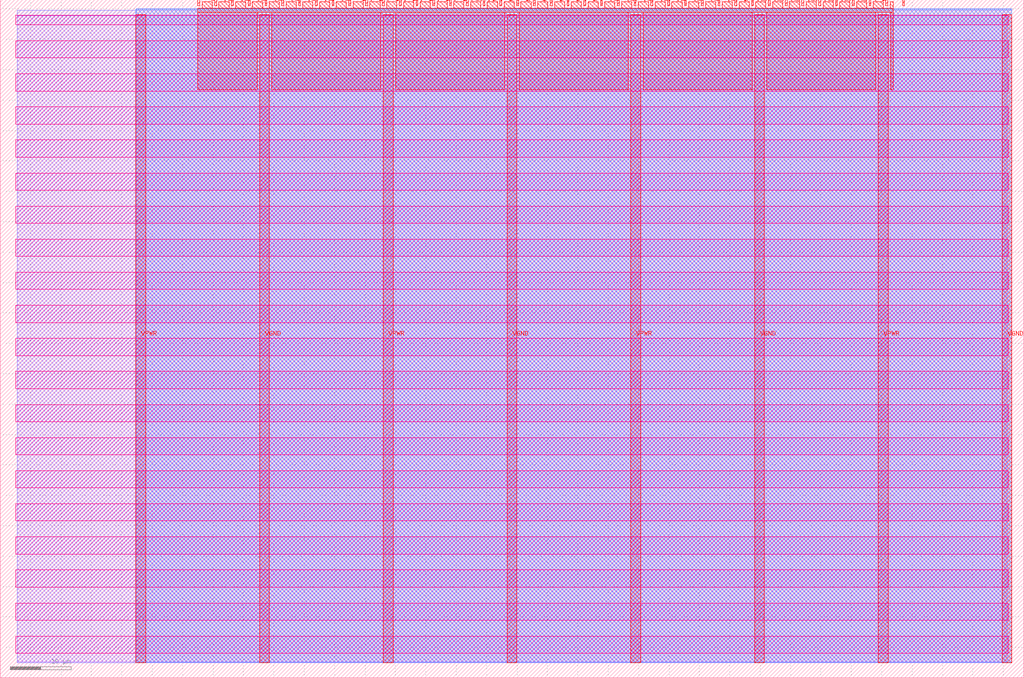
<source format=lef>
VERSION 5.7 ;
  NOWIREEXTENSIONATPIN ON ;
  DIVIDERCHAR "/" ;
  BUSBITCHARS "[]" ;
MACRO tt_um_wokwi_379889284755158017
  CLASS BLOCK ;
  FOREIGN tt_um_wokwi_379889284755158017 ;
  ORIGIN 0.000 0.000 ;
  SIZE 168.360 BY 111.520 ;
  PIN VGND
    DIRECTION INOUT ;
    USE GROUND ;
    PORT
      LAYER met4 ;
        RECT 42.670 2.480 44.270 109.040 ;
    END
    PORT
      LAYER met4 ;
        RECT 83.380 2.480 84.980 109.040 ;
    END
    PORT
      LAYER met4 ;
        RECT 124.090 2.480 125.690 109.040 ;
    END
    PORT
      LAYER met4 ;
        RECT 164.800 2.480 166.400 109.040 ;
    END
  END VGND
  PIN VPWR
    DIRECTION INOUT ;
    USE POWER ;
    PORT
      LAYER met4 ;
        RECT 22.315 2.480 23.915 109.040 ;
    END
    PORT
      LAYER met4 ;
        RECT 63.025 2.480 64.625 109.040 ;
    END
    PORT
      LAYER met4 ;
        RECT 103.735 2.480 105.335 109.040 ;
    END
    PORT
      LAYER met4 ;
        RECT 144.445 2.480 146.045 109.040 ;
    END
  END VPWR
  PIN clk
    DIRECTION INPUT ;
    USE SIGNAL ;
    ANTENNAGATEAREA 0.852000 ;
    PORT
      LAYER met4 ;
        RECT 145.670 110.520 145.970 111.520 ;
    END
  END clk
  PIN ena
    DIRECTION INPUT ;
    USE SIGNAL ;
    PORT
      LAYER met4 ;
        RECT 148.430 110.520 148.730 111.520 ;
    END
  END ena
  PIN rst_n
    DIRECTION INPUT ;
    USE SIGNAL ;
    ANTENNAGATEAREA 0.126000 ;
    PORT
      LAYER met4 ;
        RECT 142.910 110.520 143.210 111.520 ;
    END
  END rst_n
  PIN ui_in[0]
    DIRECTION INPUT ;
    USE SIGNAL ;
    ANTENNAGATEAREA 0.126000 ;
    PORT
      LAYER met4 ;
        RECT 140.150 110.520 140.450 111.520 ;
    END
  END ui_in[0]
  PIN ui_in[1]
    DIRECTION INPUT ;
    USE SIGNAL ;
    PORT
      LAYER met4 ;
        RECT 137.390 110.520 137.690 111.520 ;
    END
  END ui_in[1]
  PIN ui_in[2]
    DIRECTION INPUT ;
    USE SIGNAL ;
    PORT
      LAYER met4 ;
        RECT 134.630 110.520 134.930 111.520 ;
    END
  END ui_in[2]
  PIN ui_in[3]
    DIRECTION INPUT ;
    USE SIGNAL ;
    PORT
      LAYER met4 ;
        RECT 131.870 110.520 132.170 111.520 ;
    END
  END ui_in[3]
  PIN ui_in[4]
    DIRECTION INPUT ;
    USE SIGNAL ;
    PORT
      LAYER met4 ;
        RECT 129.110 110.520 129.410 111.520 ;
    END
  END ui_in[4]
  PIN ui_in[5]
    DIRECTION INPUT ;
    USE SIGNAL ;
    PORT
      LAYER met4 ;
        RECT 126.350 110.520 126.650 111.520 ;
    END
  END ui_in[5]
  PIN ui_in[6]
    DIRECTION INPUT ;
    USE SIGNAL ;
    PORT
      LAYER met4 ;
        RECT 123.590 110.520 123.890 111.520 ;
    END
  END ui_in[6]
  PIN ui_in[7]
    DIRECTION INPUT ;
    USE SIGNAL ;
    PORT
      LAYER met4 ;
        RECT 120.830 110.520 121.130 111.520 ;
    END
  END ui_in[7]
  PIN uio_in[0]
    DIRECTION INPUT ;
    USE SIGNAL ;
    PORT
      LAYER met4 ;
        RECT 118.070 110.520 118.370 111.520 ;
    END
  END uio_in[0]
  PIN uio_in[1]
    DIRECTION INPUT ;
    USE SIGNAL ;
    PORT
      LAYER met4 ;
        RECT 115.310 110.520 115.610 111.520 ;
    END
  END uio_in[1]
  PIN uio_in[2]
    DIRECTION INPUT ;
    USE SIGNAL ;
    PORT
      LAYER met4 ;
        RECT 112.550 110.520 112.850 111.520 ;
    END
  END uio_in[2]
  PIN uio_in[3]
    DIRECTION INPUT ;
    USE SIGNAL ;
    PORT
      LAYER met4 ;
        RECT 109.790 110.520 110.090 111.520 ;
    END
  END uio_in[3]
  PIN uio_in[4]
    DIRECTION INPUT ;
    USE SIGNAL ;
    PORT
      LAYER met4 ;
        RECT 107.030 110.520 107.330 111.520 ;
    END
  END uio_in[4]
  PIN uio_in[5]
    DIRECTION INPUT ;
    USE SIGNAL ;
    PORT
      LAYER met4 ;
        RECT 104.270 110.520 104.570 111.520 ;
    END
  END uio_in[5]
  PIN uio_in[6]
    DIRECTION INPUT ;
    USE SIGNAL ;
    PORT
      LAYER met4 ;
        RECT 101.510 110.520 101.810 111.520 ;
    END
  END uio_in[6]
  PIN uio_in[7]
    DIRECTION INPUT ;
    USE SIGNAL ;
    PORT
      LAYER met4 ;
        RECT 98.750 110.520 99.050 111.520 ;
    END
  END uio_in[7]
  PIN uio_oe[0]
    DIRECTION OUTPUT TRISTATE ;
    USE SIGNAL ;
    PORT
      LAYER met4 ;
        RECT 51.830 110.520 52.130 111.520 ;
    END
  END uio_oe[0]
  PIN uio_oe[1]
    DIRECTION OUTPUT TRISTATE ;
    USE SIGNAL ;
    PORT
      LAYER met4 ;
        RECT 49.070 110.520 49.370 111.520 ;
    END
  END uio_oe[1]
  PIN uio_oe[2]
    DIRECTION OUTPUT TRISTATE ;
    USE SIGNAL ;
    PORT
      LAYER met4 ;
        RECT 46.310 110.520 46.610 111.520 ;
    END
  END uio_oe[2]
  PIN uio_oe[3]
    DIRECTION OUTPUT TRISTATE ;
    USE SIGNAL ;
    PORT
      LAYER met4 ;
        RECT 43.550 110.520 43.850 111.520 ;
    END
  END uio_oe[3]
  PIN uio_oe[4]
    DIRECTION OUTPUT TRISTATE ;
    USE SIGNAL ;
    PORT
      LAYER met4 ;
        RECT 40.790 110.520 41.090 111.520 ;
    END
  END uio_oe[4]
  PIN uio_oe[5]
    DIRECTION OUTPUT TRISTATE ;
    USE SIGNAL ;
    PORT
      LAYER met4 ;
        RECT 38.030 110.520 38.330 111.520 ;
    END
  END uio_oe[5]
  PIN uio_oe[6]
    DIRECTION OUTPUT TRISTATE ;
    USE SIGNAL ;
    PORT
      LAYER met4 ;
        RECT 35.270 110.520 35.570 111.520 ;
    END
  END uio_oe[6]
  PIN uio_oe[7]
    DIRECTION OUTPUT TRISTATE ;
    USE SIGNAL ;
    PORT
      LAYER met4 ;
        RECT 32.510 110.520 32.810 111.520 ;
    END
  END uio_oe[7]
  PIN uio_out[0]
    DIRECTION OUTPUT TRISTATE ;
    USE SIGNAL ;
    PORT
      LAYER met4 ;
        RECT 73.910 110.520 74.210 111.520 ;
    END
  END uio_out[0]
  PIN uio_out[1]
    DIRECTION OUTPUT TRISTATE ;
    USE SIGNAL ;
    PORT
      LAYER met4 ;
        RECT 71.150 110.520 71.450 111.520 ;
    END
  END uio_out[1]
  PIN uio_out[2]
    DIRECTION OUTPUT TRISTATE ;
    USE SIGNAL ;
    PORT
      LAYER met4 ;
        RECT 68.390 110.520 68.690 111.520 ;
    END
  END uio_out[2]
  PIN uio_out[3]
    DIRECTION OUTPUT TRISTATE ;
    USE SIGNAL ;
    PORT
      LAYER met4 ;
        RECT 65.630 110.520 65.930 111.520 ;
    END
  END uio_out[3]
  PIN uio_out[4]
    DIRECTION OUTPUT TRISTATE ;
    USE SIGNAL ;
    PORT
      LAYER met4 ;
        RECT 62.870 110.520 63.170 111.520 ;
    END
  END uio_out[4]
  PIN uio_out[5]
    DIRECTION OUTPUT TRISTATE ;
    USE SIGNAL ;
    PORT
      LAYER met4 ;
        RECT 60.110 110.520 60.410 111.520 ;
    END
  END uio_out[5]
  PIN uio_out[6]
    DIRECTION OUTPUT TRISTATE ;
    USE SIGNAL ;
    PORT
      LAYER met4 ;
        RECT 57.350 110.520 57.650 111.520 ;
    END
  END uio_out[6]
  PIN uio_out[7]
    DIRECTION OUTPUT TRISTATE ;
    USE SIGNAL ;
    PORT
      LAYER met4 ;
        RECT 54.590 110.520 54.890 111.520 ;
    END
  END uio_out[7]
  PIN uo_out[0]
    DIRECTION OUTPUT TRISTATE ;
    USE SIGNAL ;
    ANTENNADIFFAREA 0.795200 ;
    PORT
      LAYER met4 ;
        RECT 95.990 110.520 96.290 111.520 ;
    END
  END uo_out[0]
  PIN uo_out[1]
    DIRECTION OUTPUT TRISTATE ;
    USE SIGNAL ;
    ANTENNADIFFAREA 0.445500 ;
    PORT
      LAYER met4 ;
        RECT 93.230 110.520 93.530 111.520 ;
    END
  END uo_out[1]
  PIN uo_out[2]
    DIRECTION OUTPUT TRISTATE ;
    USE SIGNAL ;
    ANTENNADIFFAREA 0.445500 ;
    PORT
      LAYER met4 ;
        RECT 90.470 110.520 90.770 111.520 ;
    END
  END uo_out[2]
  PIN uo_out[3]
    DIRECTION OUTPUT TRISTATE ;
    USE SIGNAL ;
    ANTENNADIFFAREA 0.445500 ;
    PORT
      LAYER met4 ;
        RECT 87.710 110.520 88.010 111.520 ;
    END
  END uo_out[3]
  PIN uo_out[4]
    DIRECTION OUTPUT TRISTATE ;
    USE SIGNAL ;
    ANTENNADIFFAREA 0.445500 ;
    PORT
      LAYER met4 ;
        RECT 84.950 110.520 85.250 111.520 ;
    END
  END uo_out[4]
  PIN uo_out[5]
    DIRECTION OUTPUT TRISTATE ;
    USE SIGNAL ;
    ANTENNADIFFAREA 0.795200 ;
    PORT
      LAYER met4 ;
        RECT 82.190 110.520 82.490 111.520 ;
    END
  END uo_out[5]
  PIN uo_out[6]
    DIRECTION OUTPUT TRISTATE ;
    USE SIGNAL ;
    ANTENNADIFFAREA 0.445500 ;
    PORT
      LAYER met4 ;
        RECT 79.430 110.520 79.730 111.520 ;
    END
  END uo_out[6]
  PIN uo_out[7]
    DIRECTION OUTPUT TRISTATE ;
    USE SIGNAL ;
    PORT
      LAYER met4 ;
        RECT 76.670 110.520 76.970 111.520 ;
    END
  END uo_out[7]
  OBS
      LAYER nwell ;
        RECT 2.570 107.385 165.790 108.990 ;
        RECT 2.570 101.945 165.790 104.775 ;
        RECT 2.570 96.505 165.790 99.335 ;
        RECT 2.570 91.065 165.790 93.895 ;
        RECT 2.570 85.625 165.790 88.455 ;
        RECT 2.570 80.185 165.790 83.015 ;
        RECT 2.570 74.745 165.790 77.575 ;
        RECT 2.570 69.305 165.790 72.135 ;
        RECT 2.570 63.865 165.790 66.695 ;
        RECT 2.570 58.425 165.790 61.255 ;
        RECT 2.570 52.985 165.790 55.815 ;
        RECT 2.570 47.545 165.790 50.375 ;
        RECT 2.570 42.105 165.790 44.935 ;
        RECT 2.570 36.665 165.790 39.495 ;
        RECT 2.570 31.225 165.790 34.055 ;
        RECT 2.570 25.785 165.790 28.615 ;
        RECT 2.570 20.345 165.790 23.175 ;
        RECT 2.570 14.905 165.790 17.735 ;
        RECT 2.570 9.465 165.790 12.295 ;
        RECT 2.570 4.025 165.790 6.855 ;
      LAYER li1 ;
        RECT 2.760 2.635 165.600 108.885 ;
      LAYER met1 ;
        RECT 2.760 2.480 166.400 109.780 ;
      LAYER met2 ;
        RECT 22.345 2.535 166.370 110.005 ;
      LAYER met3 ;
        RECT 22.325 2.555 166.390 109.985 ;
      LAYER met4 ;
        RECT 33.210 110.120 34.870 111.170 ;
        RECT 35.970 110.120 37.630 111.170 ;
        RECT 38.730 110.120 40.390 111.170 ;
        RECT 41.490 110.120 43.150 111.170 ;
        RECT 44.250 110.120 45.910 111.170 ;
        RECT 47.010 110.120 48.670 111.170 ;
        RECT 49.770 110.120 51.430 111.170 ;
        RECT 52.530 110.120 54.190 111.170 ;
        RECT 55.290 110.120 56.950 111.170 ;
        RECT 58.050 110.120 59.710 111.170 ;
        RECT 60.810 110.120 62.470 111.170 ;
        RECT 63.570 110.120 65.230 111.170 ;
        RECT 66.330 110.120 67.990 111.170 ;
        RECT 69.090 110.120 70.750 111.170 ;
        RECT 71.850 110.120 73.510 111.170 ;
        RECT 74.610 110.120 76.270 111.170 ;
        RECT 77.370 110.120 79.030 111.170 ;
        RECT 80.130 110.120 81.790 111.170 ;
        RECT 82.890 110.120 84.550 111.170 ;
        RECT 85.650 110.120 87.310 111.170 ;
        RECT 88.410 110.120 90.070 111.170 ;
        RECT 91.170 110.120 92.830 111.170 ;
        RECT 93.930 110.120 95.590 111.170 ;
        RECT 96.690 110.120 98.350 111.170 ;
        RECT 99.450 110.120 101.110 111.170 ;
        RECT 102.210 110.120 103.870 111.170 ;
        RECT 104.970 110.120 106.630 111.170 ;
        RECT 107.730 110.120 109.390 111.170 ;
        RECT 110.490 110.120 112.150 111.170 ;
        RECT 113.250 110.120 114.910 111.170 ;
        RECT 116.010 110.120 117.670 111.170 ;
        RECT 118.770 110.120 120.430 111.170 ;
        RECT 121.530 110.120 123.190 111.170 ;
        RECT 124.290 110.120 125.950 111.170 ;
        RECT 127.050 110.120 128.710 111.170 ;
        RECT 129.810 110.120 131.470 111.170 ;
        RECT 132.570 110.120 134.230 111.170 ;
        RECT 135.330 110.120 136.990 111.170 ;
        RECT 138.090 110.120 139.750 111.170 ;
        RECT 140.850 110.120 142.510 111.170 ;
        RECT 143.610 110.120 145.270 111.170 ;
        RECT 146.370 110.120 146.905 111.170 ;
        RECT 32.495 109.440 146.905 110.120 ;
        RECT 32.495 96.735 42.270 109.440 ;
        RECT 44.670 96.735 62.625 109.440 ;
        RECT 65.025 96.735 82.980 109.440 ;
        RECT 85.380 96.735 103.335 109.440 ;
        RECT 105.735 96.735 123.690 109.440 ;
        RECT 126.090 96.735 144.045 109.440 ;
        RECT 146.445 96.735 146.905 109.440 ;
  END
END tt_um_wokwi_379889284755158017
END LIBRARY


</source>
